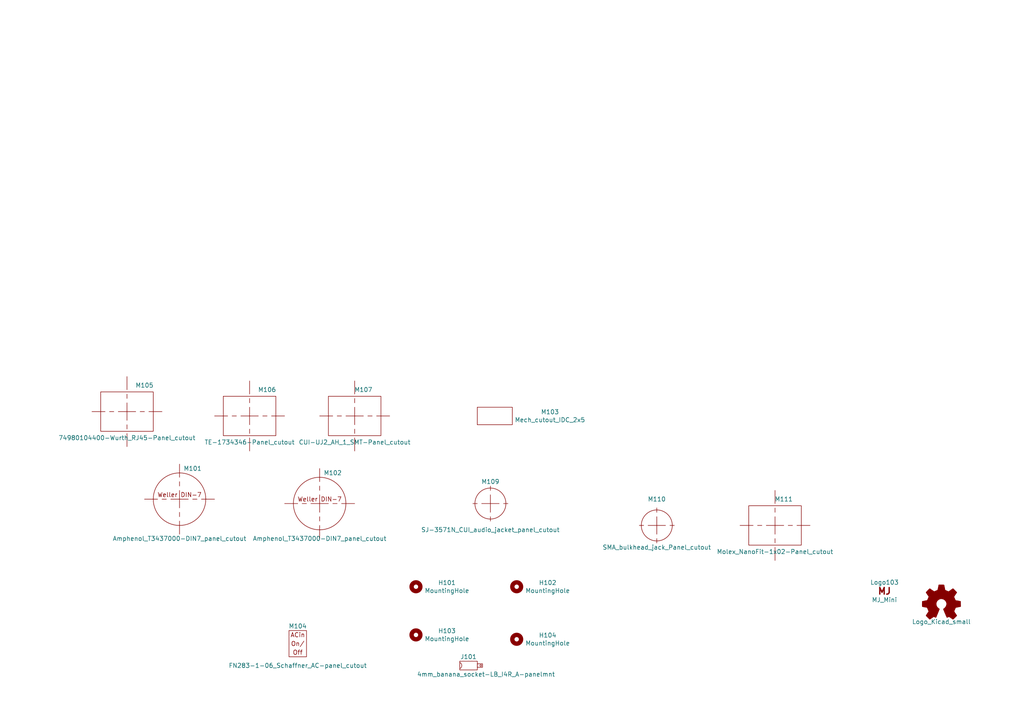
<source format=kicad_sch>
(kicad_sch (version 20231120) (generator "eeschema") (generator_version "8.0")
  (paper "A4")
  (title_block (title "Back panel plate") (date "2020-08-22") (rev "r1a") (company "MaJo Mathias & Jonny"))
  (lib_symbols
    (symbol "Graphic:Logo_Open_Hardware_Small" (pin_names (offset 1.016))
      (symbol "Logo_Open_Hardware_Small_0_1"
        (polyline (pts (xy 3.3528 -4.3434) (xy 3.302 -4.318) (xy 3.175 -4.2418) (xy 2.9972 -4.1148) (xy 2.7686 -3.9624) (xy 2.54 -3.81) (xy 2.3622 -3.7084) (xy 2.2352 -3.6068) (xy 2.1844 -3.5814) (xy 2.159 -3.6068) (xy 2.0574 -3.6576) (xy 1.905 -3.7338) (xy 1.8034 -3.7846) (xy 1.6764 -3.8354) (xy 1.6002 -3.8354) (xy 1.6002 -3.8354) (xy 1.5494 -3.7338) (xy 1.4732 -3.5306) (xy 1.3462 -3.302) (xy 1.2446 -3.0226) (xy 1.1176 -2.7178) (xy 0.9652 -2.413) (xy 0.8636 -2.1082) (xy 0.7366 -1.8288) (xy 0.6604 -1.6256) (xy 0.6096 -1.4732) (xy 0.5842 -1.397) (xy 0.5842 -1.397) (xy 0.6604 -1.3208) (xy 0.7874 -1.2446) (xy 1.0414 -1.016) (xy 1.2954 -0.6858) (xy 1.4478 -0.3302) (xy 1.524 0.0762) (xy 1.4732 0.4572) (xy 1.3208 0.8128) (xy 1.0668 1.143) (xy 0.762 1.3716) (xy 0.4064 1.524) (xy 0 1.5748) (xy -0.381 1.5494) (xy -0.7366 1.397) (xy -1.0668 1.143) (xy -1.2192 0.9906) (xy -1.397 0.6604) (xy -1.524 0.3048) (xy -1.524 0.2286) (xy -1.4986 -0.1778) (xy -1.397 -0.5334) (xy -1.1938 -0.8636) (xy -0.9144 -1.143) (xy -0.8636 -1.1684) (xy -0.7366 -1.27) (xy -0.635 -1.3462) (xy -0.5842 -1.397) (xy -1.0668 -2.5908) (xy -1.143 -2.794) (xy -1.2954 -3.1242) (xy -1.397 -3.4036) (xy -1.4986 -3.6322) (xy -1.5748 -3.7846) (xy -1.6002 -3.8354) (xy -1.6002 -3.8354) (xy -1.651 -3.8354) (xy -1.7272 -3.81) (xy -1.905 -3.7338) (xy -2.0066 -3.683) (xy -2.1336 -3.6068) (xy -2.2098 -3.5814) (xy -2.2606 -3.6068) (xy -2.3622 -3.683) (xy -2.54 -3.81) (xy -2.7686 -3.9624) (xy -2.9718 -4.0894) (xy -3.1496 -4.2164) (xy -3.302 -4.318) (xy -3.3528 -4.3434) (xy -3.3782 -4.3434) (xy -3.429 -4.318) (xy -3.5306 -4.2164) (xy -3.7084 -4.064) (xy -3.937 -3.8354) (xy -3.9624 -3.81) (xy -4.1656 -3.6068) (xy -4.318 -3.4544) (xy -4.4196 -3.3274) (xy -4.445 -3.2766) (xy -4.445 -3.2766) (xy -4.4196 -3.2258) (xy -4.318 -3.0734) (xy -4.2164 -2.8956) (xy -4.064 -2.667) (xy -3.6576 -2.0828) (xy -3.8862 -1.5494) (xy -3.937 -1.3716) (xy -4.0386 -1.1684) (xy -4.0894 -1.0414) (xy -4.1148 -0.9652) (xy -4.191 -0.9398) (xy -4.318 -0.9144) (xy -4.5466 -0.8636) (xy -4.8006 -0.8128) (xy -5.0546 -0.7874) (xy -5.2578 -0.7366) (xy -5.4356 -0.7112) (xy -5.5118 -0.6858) (xy -5.5118 -0.6858) (xy -5.5372 -0.635) (xy -5.5372 -0.5588) (xy -5.5372 -0.4318) (xy -5.5626 -0.2286) (xy -5.5626 0.0762) (xy -5.5626 0.127) (xy -5.5372 0.4064) (xy -5.5372 0.635) (xy -5.5372 0.762) (xy -5.5372 0.8382) (xy -5.5372 0.8382) (xy -5.461 0.8382) (xy -5.3086 0.889) (xy -5.08 0.9144) (xy -4.826 0.9652) (xy -4.8006 0.9906) (xy -4.5466 1.0414) (xy -4.318 1.0668) (xy -4.1656 1.1176) (xy -4.0894 1.143) (xy -4.0894 1.143) (xy -4.0386 1.2446) (xy -3.9624 1.4224) (xy -3.8608 1.6256) (xy -3.7846 1.8288) (xy -3.7084 2.0066) (xy -3.6576 2.159) (xy -3.6322 2.2098) (xy -3.6322 2.2098) (xy -3.683 2.286) (xy -3.7592 2.413) (xy -3.8862 2.5908) (xy -4.064 2.8194) (xy -4.064 2.8448) (xy -4.2164 3.0734) (xy -4.3434 3.2512) (xy -4.4196 3.3782) (xy -4.445 3.4544) (xy -4.445 3.4544) (xy -4.3942 3.5052) (xy -4.2926 3.6322) (xy -4.1148 3.81) (xy -3.937 4.0132) (xy -3.8608 4.064) (xy -3.6576 4.2926) (xy -3.5052 4.4196) (xy -3.4036 4.4958) (xy -3.3528 4.5212) (xy -3.3528 4.5212) (xy -3.302 4.4704) (xy -3.1496 4.3688) (xy -2.9718 4.2418) (xy -2.7432 4.0894) (xy -2.7178 4.0894) (xy -2.4892 3.937) (xy -2.3114 3.81) (xy -2.1844 3.7084) (xy -2.1336 3.683) (xy -2.1082 3.683) (xy -2.032 3.7084) (xy -1.8542 3.7592) (xy -1.6764 3.8354) (xy -1.4732 3.937) (xy -1.27 4.0132) (xy -1.143 4.064) (xy -1.0668 4.1148) (xy -1.0668 4.1148) (xy -1.0414 4.191) (xy -1.016 4.3434) (xy -0.9652 4.572) (xy -0.9144 4.8514) (xy -0.889 4.9022) (xy -0.8382 5.1562) (xy -0.8128 5.3848) (xy -0.7874 5.5372) (xy -0.762 5.588) (xy -0.7112 5.6134) (xy -0.5842 5.6134) (xy -0.4064 5.6134) (xy -0.1524 5.6134) (xy 0.0762 5.6134) (xy 0.3302 5.6134) (xy 0.5334 5.6134) (xy 0.6858 5.588) (xy 0.7366 5.588) (xy 0.7366 5.588) (xy 0.762 5.5118) (xy 0.8128 5.334) (xy 0.8382 5.1054) (xy 0.9144 4.826) (xy 0.9144 4.7752) (xy 0.9652 4.5212) (xy 1.016 4.2926) (xy 1.0414 4.1402) (xy 1.0668 4.0894) (xy 1.0668 4.0894) (xy 1.1938 4.0386) (xy 1.3716 3.9624) (xy 1.5748 3.8608) (xy 2.0828 3.6576) (xy 2.7178 4.0894) (xy 2.7686 4.1402) (xy 2.9972 4.2926) (xy 3.175 4.4196) (xy 3.302 4.4958) (xy 3.3782 4.5212) (xy 3.3782 4.5212) (xy 3.429 4.4704) (xy 3.556 4.3434) (xy 3.7338 4.191) (xy 3.9116 3.9878) (xy 4.064 3.8354) (xy 4.2418 3.6576) (xy 4.3434 3.556) (xy 4.4196 3.4798) (xy 4.4196 3.429) (xy 4.4196 3.4036) (xy 4.3942 3.3274) (xy 4.2926 3.2004) (xy 4.1656 2.9972) (xy 4.0132 2.794) (xy 3.8862 2.5908) (xy 3.7592 2.3876) (xy 3.6576 2.2352) (xy 3.6322 2.159) (xy 3.6322 2.1336) (xy 3.683 2.0066) (xy 3.7592 1.8288) (xy 3.8608 1.6002) (xy 4.064 1.1176) (xy 4.3942 1.0414) (xy 4.5974 1.016) (xy 4.8768 0.9652) (xy 5.1308 0.9144) (xy 5.5372 0.8382) (xy 5.5626 -0.6604) (xy 5.4864 -0.6858) (xy 5.4356 -0.6858) (xy 5.2832 -0.7366) (xy 5.0546 -0.762) (xy 4.8006 -0.8128) (xy 4.5974 -0.8636) (xy 4.3688 -0.9144) (xy 4.2164 -0.9398) (xy 4.1402 -0.9398) (xy 4.1148 -0.9652) (xy 4.064 -1.0668) (xy 3.9878 -1.2446) (xy 3.9116 -1.4478) (xy 3.81 -1.651) (xy 3.7338 -1.8542) (xy 3.683 -2.0066) (xy 3.6576 -2.0828) (xy 3.683 -2.1336) (xy 3.7846 -2.2606) (xy 3.8862 -2.4638) (xy 4.0386 -2.667) (xy 4.191 -2.8956) (xy 4.318 -3.0734) (xy 4.3942 -3.2004) (xy 4.445 -3.2766) (xy 4.4196 -3.3274) (xy 4.3434 -3.429) (xy 4.1656 -3.5814) (xy 3.937 -3.8354) (xy 3.8862 -3.8608) (xy 3.683 -4.064) (xy 3.5306 -4.2164) (xy 3.4036 -4.318) (xy 3.3528 -4.3434)) (fill (type outline)))
      )
    )
    (symbol "Mechanical:MountingHole" (pin_names (offset 1.016))
      (property "Reference" "H" (at 0 5.08 0))
      (property "Value" "MountingHole" (at 0 3.175 0))
      (symbol "MountingHole_0_1"
        (circle (center 0 0) (radius 1.27) (stroke (width 1.27)))
      )
    )
    (symbol "customlib_mj:4mm_banana_socket-LB_I4R_A-panelmnt" (pin_names (offset 1.016))
      (property "Reference" "J" (at 0 2.54 0))
      (property "Value" "4mm_banana_socket-LB_I4R_A-panelmnt" (at 0 -2.54 0))
      (symbol "4mm_banana_socket-LB_I4R_A-panelmnt_0_1"
        (arc (start -1.27 -0.889) (mid -0.6838 0) (end -1.27 0.889))
        (rectangle (start -1.27 1.27) (end 3.81 -1.27))
        (rectangle (start 3.81 0.508) (end 5.334 -0.508))
        (circle (center 4.826 0) (radius 0.254))
      )
    )
    (symbol "customlib_mj:74980104400-Wurth_RJ45-Panel_cutout" (pin_names (offset 1.016))
      (property "Reference" "M" (at 0.635 6.985 0))
      (property "Value" "74980104400-Wurth_RJ45-Panel_cutout" (at 0 -6.985 0))
      (symbol "74980104400-Wurth_RJ45-Panel_cutout_0_0"
        (polyline (pts (xy -6.35 0) (xy -10.16 0)))
        (polyline (pts (xy -3.81 0) (xy -5.08 0)))
        (polyline (pts (xy -2.54 0) (xy 2.54 0)))
        (polyline (pts (xy 0 -6.35) (xy 0 -10.16)))
        (polyline (pts (xy 0 -3.81) (xy 0 -5.08)))
        (polyline (pts (xy 0 2.54) (xy 0 -2.54)))
        (polyline (pts (xy 0 3.81) (xy 0 5.08)))
        (polyline (pts (xy 0 6.35) (xy 0 10.16)))
        (polyline (pts (xy 3.81 0) (xy 5.08 0)))
        (polyline (pts (xy 6.35 0) (xy 10.16 0)))
      )
      (symbol "74980104400-Wurth_RJ45-Panel_cutout_0_1"
        (rectangle (start -7.62 5.715) (end 7.62 -5.715))
      )
    )
    (symbol "customlib_mj:Amphenol_T3437000-DIN7_panel_cutout" (pin_names (offset 1.016))
      (property "Reference" "M" (at 6.35 -6.35 0))
      (property "Value" "Amphenol_T3437000-DIN7_panel_cutout" (at 0 -8.89 0))
      (symbol "Amphenol_T3437000-DIN7_panel_cutout_0_0"
        (polyline (pts (xy -6.35 0) (xy -10.16 0)))
        (polyline (pts (xy -3.81 0) (xy -5.08 0)))
        (polyline (pts (xy -2.54 0) (xy 2.54 0)))
        (polyline (pts (xy 0 -6.35) (xy 0 -10.16)))
        (polyline (pts (xy 0 -3.81) (xy 0 -5.08)))
        (polyline (pts (xy 0 2.54) (xy 0 -2.54)))
        (polyline (pts (xy 0 3.81) (xy 0 5.08)))
        (polyline (pts (xy 0 6.35) (xy 0 10.16)))
        (polyline (pts (xy 3.81 0) (xy 5.08 0)))
        (polyline (pts (xy 6.35 0) (xy 10.16 0)))
        (circle (center 0 0) (radius 7.62))
        (text "Weller DIN-7" (at 0 1.27 0) (effects (font (size 1.27 1.27))))
      )
    )
    (symbol "customlib_mj:CUI-UJ2_AH_1_SMT-Panel_cutout" (pin_names (offset 1.016))
      (property "Reference" "M" (at 1.27 6.985 0))
      (property "Value" "CUI-UJ2_AH_1_SMT-Panel_cutout" (at 0 -6.985 0))
      (symbol "CUI-UJ2_AH_1_SMT-Panel_cutout_0_0"
        (polyline (pts (xy -6.35 0) (xy -10.16 0)))
        (polyline (pts (xy -3.81 0) (xy -5.08 0)))
        (polyline (pts (xy -2.54 0) (xy 2.54 0)))
        (polyline (pts (xy 0 -6.35) (xy 0 -10.16)))
        (polyline (pts (xy 0 -3.81) (xy 0 -5.08)))
        (polyline (pts (xy 0 2.54) (xy 0 -2.54)))
        (polyline (pts (xy 0 3.81) (xy 0 5.08)))
        (polyline (pts (xy 0 6.35) (xy 0 10.16)))
        (polyline (pts (xy 3.81 0) (xy 5.08 0)))
        (polyline (pts (xy 6.35 0) (xy 10.16 0)))
      )
      (symbol "CUI-UJ2_AH_1_SMT-Panel_cutout_0_1"
        (rectangle (start -7.62 5.715) (end 7.62 -5.715))
      )
    )
    (symbol "customlib_mj:FN283-1-06_Schaffner_AC-panel_cutout" (pin_names (offset 1.016))
      (property "Reference" "M" (at 0 5.08 0))
      (property "Value" "FN283-1-06_Schaffner_AC-panel_cutout" (at 1.27 -5.08 0))
      (symbol "FN283-1-06_Schaffner_AC-panel_cutout_0_0"
        (text "ACin" (at 0 2.54 0) (effects (font (size 1.27 1.27))))
        (text "Off" (at 0 -2.54 0) (effects (font (size 1.27 1.27))))
        (text "On/" (at 0 0 0) (effects (font (size 1.27 1.27))))
      )
      (symbol "FN283-1-06_Schaffner_AC-panel_cutout_0_1"
        (rectangle (start -2.54 3.81) (end 2.54 -3.81))
      )
    )
    (symbol "customlib_mj:Logo_MJ" (pin_names (offset 1.016))
      (property "Reference" "Logo" (at 0 2.54 0))
      (symbol "Logo_MJ_0_0"
        (text "MJ" (at 0 0 0) (effects (font (size 1.905 1.905) (bold yes))))
      )
    )
    (symbol "customlib_mj:Mech_cutout_IDC_2x5" (pin_numbers hide) (pin_names (offset 0) hide)
      (property "Reference" "M" (at 0 3.81 0))
      (property "Value" "Mech_cutout_IDC_2x5" (at 0 -3.81 0))
      (symbol "Mech_cutout_IDC_2x5_0_0"
        (rectangle (start -5.08 2.54) (end 5.08 -2.54))
      )
    )
    (symbol "customlib_mj:Molex_NanoFit-1x02-Panel_cutout" (pin_names (offset 1.016))
      (property "Reference" "M" (at 1.27 6.985 0))
      (property "Value" "Molex_NanoFit-1x02-Panel_cutout" (at 0 -6.985 0))
      (symbol "Molex_NanoFit-1x02-Panel_cutout_0_0"
        (polyline (pts (xy -6.35 0) (xy -10.16 0)))
        (polyline (pts (xy -3.81 0) (xy -5.08 0)))
        (polyline (pts (xy -2.54 0) (xy 2.54 0)))
        (polyline (pts (xy 0 -6.35) (xy 0 -10.16)))
        (polyline (pts (xy 0 -3.81) (xy 0 -5.08)))
        (polyline (pts (xy 0 2.54) (xy 0 -2.54)))
        (polyline (pts (xy 0 3.81) (xy 0 5.08)))
        (polyline (pts (xy 0 6.35) (xy 0 10.16)))
        (polyline (pts (xy 3.81 0) (xy 5.08 0)))
        (polyline (pts (xy 6.35 0) (xy 10.16 0)))
      )
      (symbol "Molex_NanoFit-1x02-Panel_cutout_0_1"
        (rectangle (start -7.62 5.715) (end 7.62 -5.715))
      )
    )
    (symbol "customlib_mj:SJ-3571N_CUI_audio_jacket_panel_cutout" (pin_names (offset 1.016))
      (property "Reference" "M" (at 3.81 6.35 0))
      (property "Value" "SJ-3571N_CUI_audio_jacket_panel_cutout" (at 0 -6.35 0))
      (symbol "SJ-3571N_CUI_audio_jacket_panel_cutout_0_0"
        (polyline (pts (xy -3.81 0) (xy -5.08 0)))
        (polyline (pts (xy -2.54 0) (xy 2.54 0)))
        (polyline (pts (xy 0 -3.81) (xy 0 -5.08)))
        (polyline (pts (xy 0 2.54) (xy 0 -2.54)))
        (polyline (pts (xy 0 3.81) (xy 0 5.08)))
        (polyline (pts (xy 3.81 0) (xy 5.08 0)))
        (circle (center 0 0) (radius 4.4958))
      )
    )
    (symbol "customlib_mj:SMA_bulkhead_jack_Panel_cutout" (pin_names (offset 1.016))
      (property "Reference" "M" (at 3.81 6.35 0))
      (property "Value" "SMA_bulkhead_jack_Panel_cutout" (at 0 -6.35 0))
      (symbol "SMA_bulkhead_jack_Panel_cutout_0_0"
        (polyline (pts (xy -3.81 0) (xy -5.08 0)))
        (polyline (pts (xy -2.54 0) (xy 2.54 0)))
        (polyline (pts (xy 0 -3.81) (xy 0 -5.08)))
        (polyline (pts (xy 0 2.54) (xy 0 -2.54)))
        (polyline (pts (xy 0 3.81) (xy 0 5.08)))
        (polyline (pts (xy 3.81 0) (xy 5.08 0)))
        (circle (center 0 0) (radius 4.4958))
      )
    )
    (symbol "customlib_mj:TE-1734346-Panel_cutout" (pin_names (offset 1.016))
      (property "Reference" "M" (at 1.27 6.985 0))
      (property "Value" "TE-1734346-Panel_cutout" (at 0 -6.985 0))
      (symbol "TE-1734346-Panel_cutout_0_0"
        (polyline (pts (xy -6.35 0) (xy -10.16 0)))
        (polyline (pts (xy -3.81 0) (xy -5.08 0)))
        (polyline (pts (xy -2.54 0) (xy 2.54 0)))
        (polyline (pts (xy 0 -6.35) (xy 0 -10.16)))
        (polyline (pts (xy 0 -3.81) (xy 0 -5.08)))
        (polyline (pts (xy 0 2.54) (xy 0 -2.54)))
        (polyline (pts (xy 0 3.81) (xy 0 5.08)))
        (polyline (pts (xy 0 6.35) (xy 0 10.16)))
        (polyline (pts (xy 3.81 0) (xy 5.08 0)))
        (polyline (pts (xy 6.35 0) (xy 10.16 0)))
      )
      (symbol "TE-1734346-Panel_cutout_0_1"
        (rectangle (start -7.62 5.715) (end 7.62 -5.715))
      )
    )
  )
  (symbol (lib_id "Mechanical:MountingHole") (at 120.65 170.18 0) (unit 1)
    (property "Reference" "H101" (at 129.6416 169.0116 0))
    (property "Value" "MountingHole" (at 129.6416 171.323 0))
    (property "Footprint" "customlib_mj_fp:MountingHole_3.5mm_Hammond_panel_screws" (effects (hide yes)))
  )
  (symbol (lib_id "Mechanical:MountingHole") (at 149.86 170.18 0) (unit 1)
    (property "Reference" "H102" (at 158.8516 169.0116 0))
    (property "Value" "MountingHole" (at 158.8516 171.323 0))
    (property "Footprint" "customlib_mj_fp:MountingHole_3.5mm_Hammond_panel_screws" (effects (hide yes)))
  )
  (symbol (lib_id "Mechanical:MountingHole") (at 120.65 184.15 0) (unit 1)
    (property "Reference" "H103" (at 129.6416 182.9816 0))
    (property "Value" "MountingHole" (at 129.6416 185.293 0))
    (property "Footprint" "customlib_mj_fp:MountingHole_3.5mm_Hammond_panel_screws" (effects (hide yes)))
  )
  (symbol (lib_id "Mechanical:MountingHole") (at 149.86 185.42 0) (unit 1)
    (property "Reference" "H104" (at 158.8516 184.2516 0))
    (property "Value" "MountingHole" (at 158.8516 186.563 0))
    (property "Footprint" "customlib_mj_fp:MountingHole_3.5mm_Hammond_panel_screws" (effects (hide yes)))
  )
  (symbol (lib_id "customlib_mj:Logo_MJ") (at 256.54 171.45 0) (unit 1)
    (property "Reference" "Logo103" (at 256.54 168.91 0))
    (property "Value" "MJ_Mini" (at 256.54 173.99 0))
    (property "Footprint" "customlib_mj_fp:MJ_Mini" (effects (hide yes)))
  )
  (symbol (lib_id "Graphic:Logo_Open_Hardware_Small") (at 273.05 175.26 0) (unit 1)
    (property "Reference" "LOGO101" (effects (hide yes)))
    (property "Value" "Logo_Kicad_small" (at 273.05 180.34 0))
    (property "Footprint" "Symbol:KiCad-Logo_5mm_SilkScreen" (effects (hide yes)))
  )
  (symbol (lib_id "customlib_mj:74980104400-Wurth_RJ45-Panel_cutout") (at 36.83 119.38 0) (unit 1)
    (property "Reference" "M105" (at 41.91 111.76 0))
    (property "Value" "74980104400-Wurth_RJ45-Panel_cutout" (at 36.83 127 0))
    (property "Footprint" "customlib_mj_fp:74980104400_WE_RJ45_LAN-Panel_cutout" (effects (hide yes)))
  )
  (symbol (lib_id "customlib_mj:TE-1734346-Panel_cutout") (at 72.39 120.65 0) (unit 1)
    (property "Reference" "M106" (at 77.47 113.03 0))
    (property "Value" "TE-1734346-Panel_cutout" (at 72.39 128.27 0))
    (property "Footprint" "customlib_mj_fp:TE_1734346-Panel_cutout" (effects (hide yes)))
  )
  (symbol (lib_id "customlib_mj:SJ-3571N_CUI_audio_jacket_panel_cutout") (at 142.24 146.05 0) (unit 1)
    (property "Reference" "M109" (at 142.24 139.7 0))
    (property "Value" "SJ-3571N_CUI_audio_jacket_panel_cutout" (at 142.24 153.67 0))
    (property "Footprint" "customlib_mj_fp:SJ-3571N_panel_cutout" (effects (hide yes)))
  )
  (symbol (lib_id "customlib_mj:FN283-1-06_Schaffner_AC-panel_cutout") (at 86.36 186.69 0) (unit 1)
    (property "Reference" "M104" (at 86.36 181.61 0))
    (property "Value" "FN283-1-06_Schaffner_AC-panel_cutout" (at 86.36 193.04 0))
    (property "Footprint" "customlib_mj_fp:FN283_panel_cutout-outside_mnt" (effects (hide yes)))
  )
  (symbol (lib_id "customlib_mj:Amphenol_T3437000-DIN7_panel_cutout") (at 52.07 144.78 0) (unit 1)
    (property "Reference" "M101" (at 55.88 135.89 0))
    (property "Value" "Amphenol_T3437000-DIN7_panel_cutout" (at 52.07 156.21 0))
    (property "Footprint" "customlib_mj_fp:Amphenol_T3437000-DIN7-panel_cutout" (effects (hide yes)))
  )
  (symbol (lib_id "customlib_mj:Amphenol_T3437000-DIN7_panel_cutout") (at 92.71 146.05 0) (unit 1)
    (property "Reference" "M102" (at 96.52 137.16 0))
    (property "Value" "Amphenol_T3437000-DIN7_panel_cutout" (at 92.71 156.21 0))
    (property "Footprint" "customlib_mj_fp:Amphenol_T3437000-DIN7-panel_cutout" (effects (hide yes)))
  )
  (symbol (lib_id "customlib_mj:CUI-UJ2_AH_1_SMT-Panel_cutout") (at 102.87 120.65 0) (unit 1)
    (property "Reference" "M107" (at 105.41 113.03 0))
    (property "Value" "CUI-UJ2_AH_1_SMT-Panel_cutout" (at 102.87 128.27 0))
    (property "Footprint" "customlib_mj_fp:CUI-UJ2_AH_1_SMT-Panel_cutout" (effects (hide yes)))
  )
  (symbol (lib_id "customlib_mj:4mm_banana_socket-LB_I4R_A-panelmnt") (at 134.62 193.04 0) (unit 1)
    (property "Reference" "J101" (at 135.89 190.5 0))
    (property "Value" "4mm_banana_socket-LB_I4R_A-panelmnt" (at 140.97 195.58 0))
    (property "Footprint" "customlib_mj_fp:LB_I4R_A-4mm_banana_socket_panelmnt" (effects (hide yes)))
    (property "Datasheet" "https://www.elfa.se/Web/Downloads/_t/ds/LB-I4R-A_B_eng_fre_ger_tds.pdf" (effects (hide yes)))
  )
  (symbol (lib_id "customlib_mj:SMA_bulkhead_jack_Panel_cutout") (at 190.5 152.4 0) (unit 1)
    (property "Reference" "M110" (at 190.5 144.78 0))
    (property "Value" "SMA_bulkhead_jack_Panel_cutout" (at 190.5 158.75 0))
    (property "Footprint" "customlib_mj_fp:SMA_Bulkhead_jack-Panel_cutout" (effects (hide yes)))
  )
  (symbol (lib_id "customlib_mj:Molex_NanoFit-1x02-Panel_cutout") (at 224.79 152.4 0) (unit 1)
    (property "Reference" "M111" (at 227.33 144.78 0))
    (property "Value" "Molex_NanoFit-1x02-Panel_cutout" (at 224.79 160.02 0))
    (property "Footprint" "customlib_mj_fp:Molex_NanoFit-1x02-Panel_cutout" (effects (hide yes)))
  )
  (symbol (lib_id "customlib_mj:Mech_cutout_IDC_2x5") (at 143.51 120.65 0) (unit 1)
    (property "Reference" "M103" (at 159.512 119.4816 0))
    (property "Value" "Mech_cutout_IDC_2x5" (at 159.512 121.793 0))
    (property "Footprint" "customlib_mj_fp:Mech_cutout_IDC_2x5" (effects (hide yes)))
  )
)
</source>
